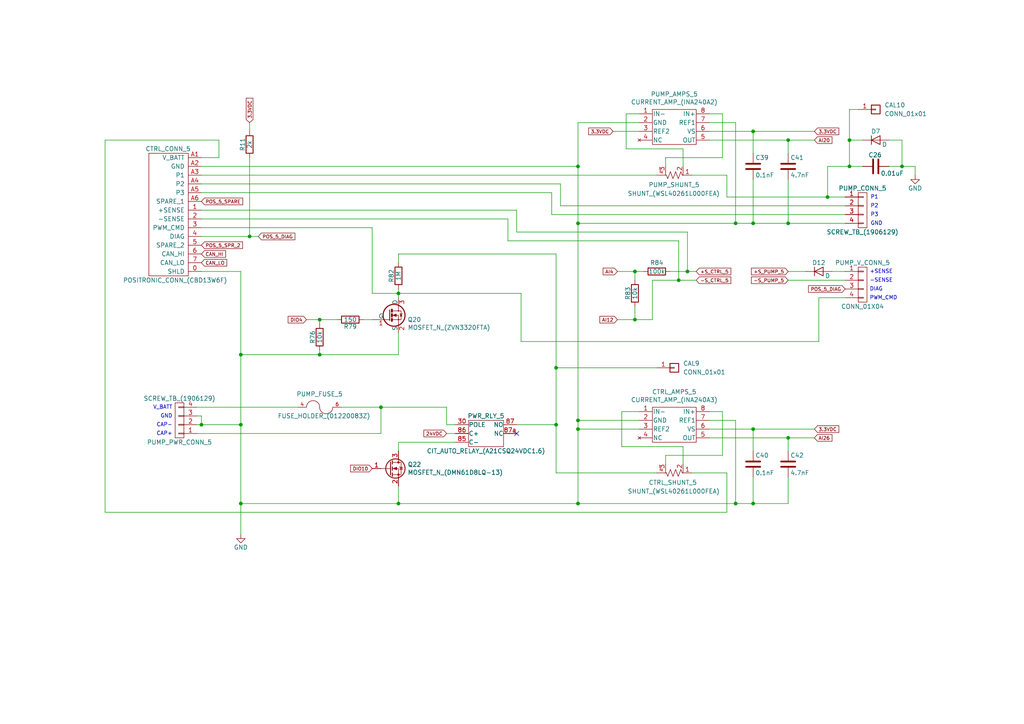
<source format=kicad_sch>
(kicad_sch (version 20250114) (generator "eeschema") (generator_version "9.0")
  (paper "A4")
  (lib_symbols
    (symbol "Connector_Generic:Conn_01x01" (pin_names (offset 1.016) (hide yes))
      (property "Reference" "J1" (at 2.54 1.2701 0))
      (property "Value" "Conn_01x01" (at 2.54 -1.2699 0))
      (symbol "Conn_01x01_1_1"
        (rectangle (start -1.27 1.27) (end 1.27 -1.27) (stroke (width 0.254)))
        (rectangle (start -1.27 0.127) (end 0 -0.127) (stroke (width 0.1524)))
        (pin passive line (at -5.08 0 0) (length 3.81) (name "Pin_1") (number "1"))
      )
    )
    (symbol "Device:Q_NMOS_GSD" (pin_names (offset 0) (hide yes))
      (property "Reference" "Q" (at 5.08 1.27 0))
      (property "Value" "Q_NMOS_GSD" (at 5.08 -1.27 0))
      (symbol "Q_NMOS_GSD_0_1"
        (polyline (pts (xy 0.254 1.905) (xy 0.254 -1.905)) (stroke (width 0.254)))
        (polyline (pts (xy 0.254 0) (xy -2.54 0)))
        (polyline (pts (xy 0.762 2.286) (xy 0.762 1.27)) (stroke (width 0.254)))
        (polyline (pts (xy 0.762 0.508) (xy 0.762 -0.508)) (stroke (width 0.254)))
        (polyline (pts (xy 0.762 -1.27) (xy 0.762 -2.286)) (stroke (width 0.254)))
        (polyline (pts (xy 0.762 -1.778) (xy 3.302 -1.778) (xy 3.302 1.778) (xy 0.762 1.778)))
        (polyline (pts (xy 1.016 0) (xy 2.032 0.381) (xy 2.032 -0.381) (xy 1.016 0)) (fill (type outline)))
        (circle (center 1.651 0) (radius 2.794) (stroke (width 0.254)))
        (polyline (pts (xy 2.54 2.54) (xy 2.54 1.778)))
        (circle (center 2.54 1.778) (radius 0.254) (fill (type outline)))
        (circle (center 2.54 -1.778) (radius 0.254) (fill (type outline)))
        (polyline (pts (xy 2.54 -2.54) (xy 2.54 0) (xy 0.762 0)))
        (polyline (pts (xy 2.794 0.508) (xy 2.921 0.381) (xy 3.683 0.381) (xy 3.81 0.254)))
        (polyline (pts (xy 3.302 0.381) (xy 2.921 -0.254) (xy 3.683 -0.254) (xy 3.302 0.381)))
      )
      (symbol "Q_NMOS_GSD_1_1"
        (pin input line (at -5.08 0 0) (length 2.54) (name "G") (number "1"))
        (pin passive line (at 2.54 5.08 270) (length 2.54) (name "D") (number "3"))
        (pin passive line (at 2.54 -5.08 90) (length 2.54) (name "S") (number "2"))
      )
    )
    (symbol "Device:R_Shunt_US" (pin_names (offset 0) (hide yes))
      (property "Reference" "R" (at -5.08 0 90))
      (property "Value" "R_Shunt_US" (at -3.048 0 90))
      (symbol "R_Shunt_US_1_1"
        (polyline (pts (xy 0 2.286) (xy 0 2.54)))
        (polyline (pts (xy 0 2.286) (xy 1.016 1.905) (xy 0 1.524) (xy -1.016 1.143) (xy 0 0.762)))
        (polyline (pts (xy 0 0.762) (xy 1.016 0.381) (xy 0 0) (xy -1.016 -0.381) (xy 0 -0.762)))
        (polyline (pts (xy 0 -0.762) (xy 1.016 -1.143) (xy 0 -1.524) (xy -1.016 -1.905) (xy 0 -2.286)))
        (polyline (pts (xy 0 -2.286) (xy 0 -2.54)))
        (polyline (pts (xy 0 -2.54) (xy 1.27 -2.54)))
        (polyline (pts (xy 1.27 2.54) (xy 0 2.54)))
        (pin passive line (at 0 5.08 270) (length 2.54) (name "~") (number "1"))
        (pin passive line (at 0 -5.08 90) (length 2.54) (name "~") (number "4"))
        (pin passive line (at 2.54 2.54 180) (length 1.27) (name "~") (number "2"))
        (pin passive line (at 2.54 -2.54 180) (length 1.27) (name "~") (number "3"))
      )
    )
    (symbol "Smart-Tank-Motherboard-rescue:C" (pin_numbers (hide yes)) (pin_names (offset 0.254))
      (property "Reference" "C" (at 0.635 2.54 0))
      (property "Value" "C" (at 0.635 -2.54 0))
      (symbol "C_0_1"
        (polyline (pts (xy -2.032 0.762) (xy 2.032 0.762)) (stroke (width 0.508)))
        (polyline (pts (xy -2.032 -0.762) (xy 2.032 -0.762)) (stroke (width 0.508)))
      )
      (symbol "C_1_1"
        (pin passive line (at 0 3.81 270) (length 2.794) (name "~") (number "1"))
        (pin passive line (at 0 -3.81 90) (length 2.794) (name "~") (number "2"))
      )
    )
    (symbol "Smart-Tank-Motherboard-rescue:CONN_01X04" (pin_names (offset 1.016) (hide yes))
      (property "Reference" "J" (at 0 6.35 0))
      (property "Value" "CONN_01X04" (at 2.54 0 90))
      (symbol "CONN_01X04_0_1"
        (rectangle (start -1.27 5.08) (end 1.27 -5.08))
        (rectangle (start -1.27 3.937) (end 0.254 3.683))
        (rectangle (start -1.27 1.397) (end 0.254 1.143))
        (rectangle (start -1.27 -1.143) (end 0.254 -1.397))
        (rectangle (start -1.27 -3.683) (end 0.254 -3.937))
      )
      (symbol "CONN_01X04_1_1"
        (pin passive line (at -5.08 3.81 0) (length 3.81) (name "P1") (number "1"))
        (pin passive line (at -5.08 1.27 0) (length 3.81) (name "P2") (number "2"))
        (pin passive line (at -5.08 -1.27 0) (length 3.81) (name "P3") (number "3"))
        (pin passive line (at -5.08 -3.81 0) (length 3.81) (name "P4") (number "4"))
      )
    )
    (symbol "Smart-Tank-Motherboard-rescue:D" (pin_numbers (hide yes)) (pin_names (offset 1.016) (hide yes))
      (property "Reference" "D" (at 0 2.54 0))
      (property "Value" "D" (at 0 -2.54 0))
      (symbol "D_0_1"
        (polyline (pts (xy -1.27 1.27) (xy -1.27 -1.27)) (stroke (width 0.2032)))
        (polyline (pts (xy 1.27 1.27) (xy 1.27 -1.27) (xy -1.27 0) (xy 1.27 1.27)) (stroke (width 0.2032)))
        (polyline (pts (xy 1.27 0) (xy -1.27 0)))
      )
      (symbol "D_1_1"
        (pin passive line (at -3.81 0 0) (length 2.54) (name "K") (number "1"))
        (pin passive line (at 3.81 0 180) (length 2.54) (name "A") (number "2"))
      )
    )
    (symbol "Smart-Tank-Motherboard-rescue:FUSE_HOLDER_(01220083Z)" (pin_names (offset 0.254))
      (property "Reference" "F" (at 0 3.81 0))
      (property "Value" "FUSE_HOLDER_(01220083Z)" (at 1.27 -3.81 0))
      (symbol "FUSE_HOLDER_(01220083Z)_0_1"
        (arc (start -3.81 0) (mid -1.905 1.905) (end 0 0))
        (arc (start 3.81 0) (mid 1.905 -1.905) (end 0 0))
      )
      (symbol "FUSE_HOLDER_(01220083Z)_1_1"
        (pin input line (at -6.35 0 0) (length 2.54) (name "~") (number "4"))
        (pin input line (at -6.35 0 0) (length 2.54) (hide yes) (name "~") (number "5"))
        (pin input line (at 6.35 0 180) (length 2.54) (name "~") (number "6"))
        (pin input line (at 6.35 0 180) (length 2.54) (hide yes) (name "~") (number "7"))
      )
    )
    (symbol "Smart-Tank-Motherboard-rescue:GND" (power) (pin_names (offset 0))
      (property "Value" "GND" (at 0 -3.81 0))
      (symbol "GND_0_1"
        (polyline (pts (xy 0 0) (xy 0 -1.27) (xy 1.27 -1.27) (xy 0 -2.54) (xy -1.27 -1.27) (xy 0 -1.27)))
      )
      (symbol "GND_1_1"
        (pin power_in line (at 0 0 270) (length 0) (hide yes) (name "GND") (number "1"))
      )
    )
    (symbol "Smart-Tank-Motherboard-rescue:MOSFET_N_(2N7002P,215)" (pin_names (offset 0))
      (property "Reference" "Q" (at 6.35 1.905 0))
      (property "Value" "MOSFET_N_(2N7002P,215)" (at 6.35 0 0))
      (symbol "MOSFET_N_(2N7002P,215)_0_1"
        (polyline (pts (xy 0 1.524) (xy 0 -1.524) (xy 0 -1.524)) (stroke (width 0.254)))
        (polyline (pts (xy 0.635 1.651) (xy 0.635 1.016)) (stroke (width 0.508)))
        (polyline (pts (xy 0.635 0.381) (xy 0.635 -0.381)) (stroke (width 0.508)))
        (polyline (pts (xy 0.635 -1.016) (xy 0.635 -1.651)) (stroke (width 0.508)))
        (polyline (pts (xy 0.762 1.27) (xy 2.54 1.27) (xy 2.54 2.54) (xy 2.54 2.54)))
        (polyline (pts (xy 0.762 0) (xy 1.27 0) (xy 2.54 0) (xy 2.54 -1.27) (xy 2.54 -1.27)))
        (polyline (pts (xy 0.762 -1.27) (xy 2.54 -1.27) (xy 2.54 -2.54) (xy 2.54 -2.54)))
        (polyline (pts (xy 0.889 0) (xy 1.905 0.381) (xy 1.905 -0.381) (xy 0.889 0) (xy 1.016 0) (xy 1.016 0)) (fill (type outline)))
        (circle (center 1.27 0) (radius 3.175) (stroke (width 0.3048)))
        (polyline (pts (xy 2.54 1.27) (xy 3.302 1.27) (xy 3.302 -1.27) (xy 2.54 -1.27)))
        (circle (center 2.54 1.27) (radius 0.127))
        (circle (center 2.54 -1.27) (radius 0.127))
        (polyline (pts (xy 3.048 0.381) (xy 2.921 0.254)))
        (polyline (pts (xy 3.048 0.381) (xy 3.556 0.381)))
        (polyline (pts (xy 3.302 0.381) (xy 3.048 -0.254) (xy 3.556 -0.254) (xy 3.302 0.381)) (fill (type outline)))
        (polyline (pts (xy 3.556 0.381) (xy 3.683 0.508)))
      )
      (symbol "MOSFET_N_(2N7002P,215)_1_1"
        (pin input line (at -5.08 -1.27 0) (length 5.08) (name "G") (number "1"))
        (pin passive line (at 2.54 5.08 270) (length 2.54) (name "D") (number "3"))
        (pin passive line (at 2.54 -5.08 90) (length 2.54) (name "S") (number "2"))
      )
    )
    (symbol "Smart-Tank-Motherboard-rescue:POSITRONIC_CONN_(CBD13W6F)" (pin_names (offset 1.016))
      (property "Reference" "CTRL_CONN_1" (at -0.762 16.51 0))
      (property "Value" "POSITRONIC_CONN_(CBD13W6F)" (at 1.27 -21.59 0))
      (symbol "POSITRONIC_CONN_(CBD13W6F)_0_1"
        (rectangle (start -6.35 15.24) (end 5.08 -20.32))
      )
      (symbol "POSITRONIC_CONN_(CBD13W6F)_1_1"
        (pin power_in line (at 8.89 13.97 180) (length 3.81) (name "V_BATT") (number "A1"))
        (pin power_in line (at 8.89 11.43 180) (length 3.81) (name "GND") (number "A2"))
        (pin power_out line (at 8.89 8.89 180) (length 3.81) (name "P1") (number "A3"))
        (pin power_out line (at 8.89 6.35 180) (length 3.81) (name "P2") (number "A4"))
        (pin power_out line (at 8.89 3.81 180) (length 3.81) (name "P3") (number "A5"))
        (pin input line (at 8.89 1.27 180) (length 3.81) (name "SPARE_1") (number "A6"))
        (pin passive line (at 8.89 -1.27 180) (length 3.81) (name "+SENSE") (number "1"))
        (pin passive line (at 8.89 -3.81 180) (length 3.81) (name "-SENSE") (number "2"))
        (pin input line (at 8.89 -6.35 180) (length 3.81) (name "PWM_CMD") (number "3"))
        (pin passive line (at 8.89 -8.89 180) (length 3.81) (name "DIAG") (number "4"))
        (pin passive line (at 8.89 -11.43 180) (length 3.81) (name "SPARE_2") (number "5"))
        (pin passive line (at 8.89 -13.97 180) (length 3.81) (name "CAN_HI") (number "6"))
        (pin passive line (at 8.89 -16.51 180) (length 3.81) (name "CAN_LO") (number "7"))
        (pin input line (at 8.89 -19.05 180) (length 3.81) (name "SHLD") (number "0"))
      )
    )
    (symbol "Smart-Tank-Motherboard-rescue:R" (pin_numbers (hide yes)) (pin_names (offset 0))
      (property "Reference" "R" (at 2.032 0 90))
      (property "Value" "R" (at 0 0 90))
      (symbol "R_0_1"
        (rectangle (start -1.016 -2.54) (end 1.016 2.54) (stroke (width 0.254)))
      )
      (symbol "R_1_1"
        (pin passive line (at 0 3.81 270) (length 1.27) (name "~") (number "1"))
        (pin passive line (at 0 -3.81 90) (length 1.27) (name "~") (number "2"))
      )
    )
    (symbol "Smart-Tank-Motherboard-rescue:SCREW_TB_(1906129)" (pin_names (offset 1.016) (hide yes))
      (property "Reference" "P" (at 0 6.35 0))
      (property "Value" "SCREW_TB_(1906129)" (at 2.54 0 90))
      (property "Description_1" " " (at 2.54 8.89 0))
      (symbol "SCREW_TB_(1906129)_0_1"
        (rectangle (start -1.27 5.08) (end 1.27 -5.08))
        (rectangle (start -1.27 3.937) (end 0.254 3.683))
        (rectangle (start -1.27 1.397) (end 0.254 1.143))
        (rectangle (start -1.27 -1.143) (end 0.254 -1.397))
        (rectangle (start -1.27 -3.683) (end 0.254 -3.937))
      )
      (symbol "SCREW_TB_(1906129)_1_1"
        (pin passive line (at -5.08 3.81 0) (length 3.81) (name "P1") (number "1"))
        (pin passive line (at -5.08 1.27 0) (length 3.81) (name "P2") (number "2"))
        (pin passive line (at -5.08 -1.27 0) (length 3.81) (name "P3") (number "3"))
        (pin passive line (at -5.08 -3.81 0) (length 3.81) (name "P4") (number "4"))
      )
    )
    (symbol "Smart-Tank-Motherboard-rescue:TE_AUTO_RELAY_(1432795-1)" (pin_names (offset 0.0254))
      (property "Reference" "P" (at 2.54 7.62 0))
      (property "Value" "TE_AUTO_RELAY_(1432795-1)" (at 3.81 -2.54 0))
      (symbol "TE_AUTO_RELAY_(1432795-1)_0_1"
        (rectangle (start -2.54 6.35) (end 7.62 -1.27))
      )
      (symbol "TE_AUTO_RELAY_(1432795-1)_1_1"
        (pin power_in line (at -6.35 5.08 0) (length 3.81) (name "POLE") (number "30"))
        (pin power_in line (at -6.35 2.54 0) (length 3.81) (name "C+") (number "86"))
        (pin input line (at -6.35 0 0) (length 3.81) (name "C-") (number "85"))
        (pin output line (at 11.43 5.08 180) (length 3.81) (name "NO") (number "87"))
        (pin output line (at 11.43 2.54 180) (length 3.81) (name "NC") (number "87a"))
      )
    )
    (symbol "_GARRETTS_PARTS:CURRENT_AMP_(INA240A3)" (pin_names (offset 0.254))
      (property "Reference" "CTRL_AMPS1" (at 15.24 6.985 0))
      (property "Value" "CURRENT_AMP_(INA240A3)" (at 15.24 4.6736 0))
      (symbol "CURRENT_AMP_(INA240A3)_0_1"
        (rectangle (start 8.89 2.54) (end 21.59 -7.62))
      )
      (symbol "CURRENT_AMP_(INA240A3)_1_1"
        (pin input line (at 5.08 1.27 0) (length 3.7084) (name "IN-") (number "1"))
        (pin power_in line (at 5.08 -1.27 0) (length 3.7084) (name "GND") (number "2"))
        (pin passive line (at 5.08 -3.81 0) (length 3.7084) (name "REF2") (number "3"))
        (pin no_connect line (at 5.08 -6.35 0) (length 3.7084) (name "NC") (number "4"))
        (pin input line (at 25.4 1.27 180) (length 3.7084) (name "IN+") (number "8"))
        (pin passive line (at 25.4 -1.27 180) (length 3.7084) (name "REF1") (number "7"))
        (pin power_in line (at 25.4 -3.81 180) (length 3.7084) (name "VS") (number "6"))
        (pin output line (at 25.4 -6.35 180) (length 3.7084) (name "OUT") (number "5"))
      )
    )
  )
  (text "GND\n" (at 50.038 121.412 0) (effects (font (size 1.0922 1.0922)) (justify right bottom)))
  (text "PWM_CMD" (at 252.222 87.122 0) (effects (font (size 1.0922 1.0922)) (justify left bottom)))
  (text "P3" (at 252.476 62.992 0) (effects (font (size 1.0922 1.0922)) (justify left bottom)))
  (text "-SENSE" (at 252.222 82.042 0) (effects (font (size 1.0922 1.0922)) (justify left bottom)))
  (text "V_BATT" (at 50.038 118.872 0) (effects (font (size 1.0922 1.0922)) (justify right bottom)))
  (text "P2" (at 252.476 60.452 0) (effects (font (size 1.0922 1.0922)) (justify left bottom)))
  (text "GND" (at 252.476 65.532 0) (effects (font (size 1.0922 1.0922)) (justify left bottom)))
  (text "CAP-" (at 50.038 123.952 0) (effects (font (size 1.0922 1.0922)) (justify right bottom)))
  (text "CAP+" (at 50.038 126.492 0) (effects (font (size 1.0922 1.0922)) (justify right bottom)))
  (text "DIAG" (at 252.222 84.582 0) (effects (font (size 1.0922 1.0922)) (justify left bottom)))
  (text "P1" (at 252.476 57.912 0) (effects (font (size 1.0922 1.0922)) (justify left bottom)))
  (text "+SENSE" (at 252.222 79.502 0) (effects (font (size 1.0922 1.0922)) (justify left bottom)))
  (junction (at 167.64 48.26))
  (junction (at 167.64 64.77))
  (junction (at 228.6 64.77))
  (junction (at 218.44 38.1))
  (junction (at 240.03 57.15))
  (junction (at 161.29 106.68))
  (junction (at 115.57 85.09))
  (junction (at 167.64 124.46))
  (junction (at 184.15 78.74))
  (junction (at 69.85 102.87))
  (junction (at 199.39 78.74))
  (junction (at 92.71 102.87))
  (junction (at 218.44 146.05))
  (junction (at 246.38 48.26))
  (junction (at 213.36 146.05))
  (junction (at 161.29 123.19))
  (junction (at 261.62 48.26))
  (junction (at 213.36 64.77))
  (junction (at 228.6 40.64))
  (junction (at 110.49 118.11))
  (junction (at 69.85 123.19))
  (junction (at 196.85 81.28))
  (junction (at 115.57 146.05))
  (junction (at 218.44 64.77))
  (junction (at 167.64 146.05))
  (junction (at 218.44 124.46))
  (junction (at 184.15 92.71))
  (junction (at 58.42 123.19))
  (junction (at 246.38 40.64))
  (junction (at 69.85 146.05))
  (junction (at 72.39 68.58))
  (junction (at 228.6 127))
  (junction (at 92.71 92.71))
  (junction (at 167.64 121.92))
  (no_connect (at 149.86 125.73))
  (wire (pts (xy 99.06 118.11) (xy 110.49 118.11)))
  (wire (pts (xy 72.39 68.58) (xy 74.93 68.58)))
  (wire (pts (xy 213.36 64.77) (xy 218.44 64.77)))
  (wire (pts (xy 200.66 50.8) (xy 210.82 50.8)))
  (wire (pts (xy 209.55 119.38) (xy 205.74 119.38)))
  (wire (pts (xy 115.57 83.82) (xy 115.57 85.09)))
  (wire (pts (xy 92.71 93.98) (xy 92.71 92.71)))
  (wire (pts (xy 246.38 40.64) (xy 246.38 48.26)))
  (wire (pts (xy 240.03 57.15) (xy 245.11 57.15)))
  (wire (pts (xy 213.36 35.56) (xy 213.36 64.77)))
  (wire (pts (xy 196.85 81.28) (xy 201.93 81.28)))
  (wire (pts (xy 240.03 48.26) (xy 240.03 57.15)))
  (wire (pts (xy 160.02 62.23) (xy 245.11 62.23)))
  (wire (pts (xy 30.48 40.64) (xy 30.48 148.59)))
  (wire (pts (xy 190.5 106.68) (xy 161.29 106.68)))
  (wire (pts (xy 160.02 55.88) (xy 160.02 62.23)))
  (wire (pts (xy 210.82 57.15) (xy 240.03 57.15)))
  (wire (pts (xy 198.12 43.18) (xy 181.61 43.18)))
  (wire (pts (xy 218.44 38.1) (xy 236.22 38.1)))
  (wire (pts (xy 58.42 63.5) (xy 147.32 63.5)))
  (wire (pts (xy 151.13 85.09) (xy 151.13 99.06)))
  (wire (pts (xy 205.74 40.64) (xy 228.6 40.64)))
  (wire (pts (xy 218.44 52.07) (xy 218.44 64.77)))
  (wire (pts (xy 129.54 123.19) (xy 129.54 118.11)))
  (wire (pts (xy 233.68 78.74) (xy 228.6 78.74)))
  (wire (pts (xy 241.3 78.74) (xy 245.11 78.74)))
  (wire (pts (xy 246.38 31.75) (xy 246.38 40.64)))
  (wire (pts (xy 228.6 127) (xy 228.6 130.81)))
  (wire (pts (xy 167.64 124.46) (xy 185.42 124.46)))
  (wire (pts (xy 69.85 146.05) (xy 69.85 154.94)))
  (wire (pts (xy 149.86 60.96) (xy 149.86 67.31)))
  (wire (pts (xy 205.74 121.92) (xy 213.36 121.92)))
  (wire (pts (xy 218.44 146.05) (xy 228.6 146.05)))
  (wire (pts (xy 115.57 140.97) (xy 115.57 146.05)))
  (wire (pts (xy 115.57 85.09) (xy 115.57 86.36)))
  (wire (pts (xy 228.6 40.64) (xy 236.22 40.64)))
  (wire (pts (xy 57.15 125.73) (xy 110.49 125.73)))
  (wire (pts (xy 181.61 43.18) (xy 181.61 33.02)))
  (wire (pts (xy 189.23 81.28) (xy 196.85 81.28)))
  (wire (pts (xy 199.39 67.31) (xy 199.39 78.74)))
  (wire (pts (xy 107.95 85.09) (xy 115.57 85.09)))
  (wire (pts (xy 261.62 48.26) (xy 257.81 48.26)))
  (wire (pts (xy 228.6 40.64) (xy 228.6 44.45)))
  (wire (pts (xy 184.15 78.74) (xy 184.15 81.28)))
  (wire (pts (xy 162.56 59.69) (xy 245.11 59.69)))
  (wire (pts (xy 184.15 92.71) (xy 189.23 92.71)))
  (wire (pts (xy 265.43 50.8) (xy 265.43 48.26)))
  (wire (pts (xy 92.71 101.6) (xy 92.71 102.87)))
  (wire (pts (xy 167.64 124.46) (xy 167.64 146.05)))
  (wire (pts (xy 110.49 118.11) (xy 129.54 118.11)))
  (wire (pts (xy 209.55 45.72) (xy 209.55 33.02)))
  (wire (pts (xy 69.85 123.19) (xy 69.85 146.05)))
  (wire (pts (xy 246.38 40.64) (xy 250.19 40.64)))
  (wire (pts (xy 132.08 128.27) (xy 115.57 128.27)))
  (wire (pts (xy 115.57 128.27) (xy 115.57 130.81)))
  (wire (pts (xy 69.85 102.87) (xy 92.71 102.87)))
  (wire (pts (xy 115.57 85.09) (xy 151.13 85.09)))
  (wire (pts (xy 161.29 106.68) (xy 161.29 123.19)))
  (wire (pts (xy 167.64 64.77) (xy 167.64 121.92)))
  (wire (pts (xy 210.82 137.16) (xy 200.66 137.16)))
  (wire (pts (xy 72.39 45.72) (xy 72.39 68.58)))
  (wire (pts (xy 147.32 63.5) (xy 147.32 69.85)))
  (wire (pts (xy 92.71 92.71) (xy 97.79 92.71)))
  (wire (pts (xy 228.6 52.07) (xy 228.6 64.77)))
  (wire (pts (xy 228.6 138.43) (xy 228.6 146.05)))
  (wire (pts (xy 185.42 35.56) (xy 167.64 35.56)))
  (wire (pts (xy 237.49 99.06) (xy 237.49 86.36)))
  (wire (pts (xy 147.32 69.85) (xy 196.85 69.85)))
  (wire (pts (xy 193.04 45.72) (xy 209.55 45.72)))
  (wire (pts (xy 248.92 31.75) (xy 246.38 31.75)))
  (wire (pts (xy 189.23 92.71) (xy 189.23 81.28)))
  (wire (pts (xy 213.36 146.05) (xy 218.44 146.05)))
  (wire (pts (xy 218.44 130.81) (xy 218.44 124.46)))
  (wire (pts (xy 88.9 92.71) (xy 92.71 92.71)))
  (wire (pts (xy 149.86 123.19) (xy 161.29 123.19)))
  (wire (pts (xy 218.44 138.43) (xy 218.44 146.05)))
  (wire (pts (xy 149.86 67.31) (xy 199.39 67.31)))
  (wire (pts (xy 265.43 48.26) (xy 261.62 48.26)))
  (wire (pts (xy 115.57 102.87) (xy 115.57 96.52)))
  (wire (pts (xy 196.85 69.85) (xy 196.85 81.28)))
  (wire (pts (xy 167.64 121.92) (xy 185.42 121.92)))
  (wire (pts (xy 162.56 53.34) (xy 162.56 59.69)))
  (wire (pts (xy 69.85 102.87) (xy 69.85 123.19)))
  (wire (pts (xy 209.55 33.02) (xy 205.74 33.02)))
  (wire (pts (xy 209.55 132.08) (xy 209.55 119.38)))
  (wire (pts (xy 198.12 129.54) (xy 180.34 129.54)))
  (wire (pts (xy 180.34 129.54) (xy 180.34 119.38)))
  (wire (pts (xy 261.62 40.64) (xy 261.62 48.26)))
  (wire (pts (xy 205.74 124.46) (xy 218.44 124.46)))
  (wire (pts (xy 58.42 66.04) (xy 107.95 66.04)))
  (wire (pts (xy 205.74 38.1) (xy 218.44 38.1)))
  (wire (pts (xy 179.07 92.71) (xy 184.15 92.71)))
  (wire (pts (xy 218.44 124.46) (xy 236.22 124.46)))
  (wire (pts (xy 198.12 48.26) (xy 198.12 43.18)))
  (wire (pts (xy 105.41 92.71) (xy 107.95 92.71)))
  (wire (pts (xy 107.95 66.04) (xy 107.95 85.09)))
  (wire (pts (xy 72.39 35.56) (xy 72.39 38.1)))
  (wire (pts (xy 194.31 78.74) (xy 199.39 78.74)))
  (wire (pts (xy 58.42 68.58) (xy 72.39 68.58)))
  (wire (pts (xy 30.48 40.64) (xy 63.5 40.64)))
  (wire (pts (xy 58.42 78.74) (xy 69.85 78.74)))
  (wire (pts (xy 179.07 78.74) (xy 184.15 78.74)))
  (wire (pts (xy 228.6 64.77) (xy 245.11 64.77)))
  (wire (pts (xy 69.85 78.74) (xy 69.85 102.87)))
  (wire (pts (xy 63.5 40.64) (xy 63.5 45.72)))
  (wire (pts (xy 181.61 33.02) (xy 185.42 33.02)))
  (wire (pts (xy 167.64 35.56) (xy 167.64 48.26)))
  (wire (pts (xy 129.54 125.73) (xy 132.08 125.73)))
  (wire (pts (xy 184.15 88.9) (xy 184.15 92.71)))
  (wire (pts (xy 161.29 73.66) (xy 161.29 106.68)))
  (wire (pts (xy 57.15 123.19) (xy 58.42 123.19)))
  (wire (pts (xy 261.62 40.64) (xy 257.81 40.64)))
  (wire (pts (xy 193.04 134.62) (xy 193.04 132.08)))
  (wire (pts (xy 218.44 64.77) (xy 228.6 64.77)))
  (wire (pts (xy 193.04 132.08) (xy 209.55 132.08)))
  (wire (pts (xy 228.6 127) (xy 236.22 127)))
  (wire (pts (xy 250.19 48.26) (xy 246.38 48.26)))
  (wire (pts (xy 69.85 146.05) (xy 115.57 146.05)))
  (wire (pts (xy 246.38 48.26) (xy 240.03 48.26)))
  (wire (pts (xy 58.42 60.96) (xy 149.86 60.96)))
  (wire (pts (xy 245.11 81.28) (xy 228.6 81.28)))
  (wire (pts (xy 213.36 121.92) (xy 213.36 146.05)))
  (wire (pts (xy 167.64 64.77) (xy 167.64 48.26)))
  (wire (pts (xy 167.64 146.05) (xy 213.36 146.05)))
  (wire (pts (xy 167.64 64.77) (xy 213.36 64.77)))
  (wire (pts (xy 58.42 50.8) (xy 190.5 50.8)))
  (wire (pts (xy 58.42 53.34) (xy 162.56 53.34)))
  (wire (pts (xy 151.13 99.06) (xy 237.49 99.06)))
  (wire (pts (xy 177.8 38.1) (xy 185.42 38.1)))
  (wire (pts (xy 210.82 148.59) (xy 210.82 137.16)))
  (wire (pts (xy 132.08 123.19) (xy 129.54 123.19)))
  (wire (pts (xy 237.49 86.36) (xy 245.11 86.36)))
  (wire (pts (xy 205.74 127) (xy 228.6 127)))
  (wire (pts (xy 184.15 78.74) (xy 186.69 78.74)))
  (wire (pts (xy 210.82 50.8) (xy 210.82 57.15)))
  (wire (pts (xy 198.12 134.62) (xy 198.12 129.54)))
  (wire (pts (xy 115.57 76.2) (xy 115.57 73.66)))
  (wire (pts (xy 92.71 102.87) (xy 115.57 102.87)))
  (wire (pts (xy 115.57 146.05) (xy 167.64 146.05)))
  (wire (pts (xy 199.39 78.74) (xy 201.93 78.74)))
  (wire (pts (xy 58.42 120.65) (xy 58.42 123.19)))
  (wire (pts (xy 58.42 48.26) (xy 167.64 48.26)))
  (wire (pts (xy 58.42 123.19) (xy 69.85 123.19)))
  (wire (pts (xy 115.57 73.66) (xy 161.29 73.66)))
  (wire (pts (xy 110.49 125.73) (xy 110.49 118.11)))
  (wire (pts (xy 205.74 35.56) (xy 213.36 35.56)))
  (wire (pts (xy 57.15 120.65) (xy 58.42 120.65)))
  (wire (pts (xy 58.42 55.88) (xy 160.02 55.88)))
  (wire (pts (xy 63.5 45.72) (xy 58.42 45.72)))
  (wire (pts (xy 180.34 119.38) (xy 185.42 119.38)))
  (wire (pts (xy 57.15 118.11) (xy 86.36 118.11)))
  (wire (pts (xy 30.48 148.59) (xy 210.82 148.59)))
  (wire (pts (xy 161.29 137.16) (xy 161.29 123.19)))
  (wire (pts (xy 193.04 48.26) (xy 193.04 45.72)))
  (wire (pts (xy 218.44 38.1) (xy 218.44 44.45)))
  (wire (pts (xy 190.5 137.16) (xy 161.29 137.16)))
  (wire (pts (xy 167.64 121.92) (xy 167.64 124.46)))
  (global_label "DIO10" (shape input) (at 107.95 135.89 180) (effects (font (size 0.9906 0.9906))) (property "Intersheetrefs" "${INTERSHEET_REFS}" (effects (hide yes))))
  (global_label "3.3VDC" (shape input) (at 236.22 124.46 0) (effects (font (size 0.9906 0.9906))) (property "Intersheetrefs" "${INTERSHEET_REFS}" (effects (hide yes))))
  (global_label "POS_5_DIAG" (shape input) (at 74.93 68.58 0) (effects (font (size 0.9906 0.9906))) (property "Intersheetrefs" "${INTERSHEET_REFS}" (effects (hide yes))))
  (global_label "24VDC" (shape input) (at 129.54 125.73 180) (effects (font (size 0.9906 0.9906))) (property "Intersheetrefs" "${INTERSHEET_REFS}" (effects (hide yes))))
  (global_label "3.3VDC" (shape input) (at 177.8 38.1 180) (effects (font (size 0.9906 0.9906))) (property "Intersheetrefs" "${INTERSHEET_REFS}" (effects (hide yes))))
  (global_label "-S_CTRL_5" (shape input) (at 201.93 81.28 0) (effects (font (size 0.9906 0.9906))) (property "Intersheetrefs" "${INTERSHEET_REFS}" (effects (hide yes))))
  (global_label "DIO4" (shape input) (at 88.9 92.71 180) (effects (font (size 0.9906 0.9906))) (property "Intersheetrefs" "${INTERSHEET_REFS}" (effects (hide yes))))
  (global_label "3.3VDC" (shape input) (at 72.39 35.56 90) (effects (font (size 0.9906 0.9906))) (property "Intersheetrefs" "${INTERSHEET_REFS}" (effects (hide yes))))
  (global_label "POS_5_DIAG" (shape input) (at 245.11 83.82 180) (effects (font (size 0.9906 0.9906))) (property "Intersheetrefs" "${INTERSHEET_REFS}" (effects (hide yes))))
  (global_label "POS_5_SPARE" (shape input) (at 58.42 58.42 0) (effects (font (size 0.9906 0.9906))) (property "Intersheetrefs" "${INTERSHEET_REFS}" (effects (hide yes))))
  (global_label "+S_CTRL_5" (shape input) (at 201.93 78.74 0) (effects (font (size 0.9906 0.9906))) (property "Intersheetrefs" "${INTERSHEET_REFS}" (effects (hide yes))))
  (global_label "AI4" (shape input) (at 179.07 78.74 180) (effects (font (size 0.9906 0.9906))) (property "Intersheetrefs" "${INTERSHEET_REFS}" (effects (hide yes))))
  (global_label "AI20" (shape input) (at 236.22 40.64 0) (effects (font (size 0.9906 0.9906))) (property "Intersheetrefs" "${INTERSHEET_REFS}" (effects (hide yes))))
  (global_label "AI26" (shape input) (at 236.22 127 0) (effects (font (size 0.9906 0.9906))) (property "Intersheetrefs" "${INTERSHEET_REFS}" (effects (hide yes))))
  (global_label "AI12" (shape input) (at 179.07 92.71 180) (effects (font (size 0.9906 0.9906))) (property "Intersheetrefs" "${INTERSHEET_REFS}" (effects (hide yes))))
  (global_label "CAN_HI" (shape input) (at 58.42 73.66 0) (effects (font (size 0.9906 0.9906))) (property "Intersheetrefs" "${INTERSHEET_REFS}" (effects (hide yes))))
  (global_label "POS_5_SPR_2" (shape input) (at 58.42 71.12 0) (effects (font (size 0.9906 0.9906))) (property "Intersheetrefs" "${INTERSHEET_REFS}" (effects (hide yes))))
  (global_label "-S_PUMP_5" (shape input) (at 228.6 81.28 180) (effects (font (size 0.9906 0.9906))) (property "Intersheetrefs" "${INTERSHEET_REFS}" (effects (hide yes))))
  (global_label "CAN_LO" (shape input) (at 58.42 76.2 0) (effects (font (size 0.9906 0.9906))) (property "Intersheetrefs" "${INTERSHEET_REFS}" (effects (hide yes))))
  (global_label "+S_PUMP_5" (shape input) (at 228.6 78.74 180) (effects (font (size 0.9906 0.9906))) (property "Intersheetrefs" "${INTERSHEET_REFS}" (effects (hide yes))))
  (global_label "3.3VDC" (shape input) (at 236.22 38.1 0) (effects (font (size 0.9906 0.9906))) (property "Intersheetrefs" "${INTERSHEET_REFS}" (effects (hide yes))))
  (symbol (lib_id "Connector_Generic:Conn_01x01") (at 254 31.75 0) (unit 1)
    (property "Reference" "CAL10" (at 256.54 30.4799 0) (effects (justify left)))
    (property "Value" "CONN_01x01" (at 256.54 33.0199 0) (effects (justify left)))
    (property "Description" "Generic connector, single row, 01x01, script generated (kicad-library-utils/schlib/autogen/connector/)" (effects (hide yes)))
  )
  (symbol (lib_id "Device:R_Shunt_US") (at 195.58 50.8 270) (mirror x) (unit 1)
    (property "Reference" "PUMP_SHUNT_5" (at 202.946 53.594 90) (effects (justify right)))
    (property "Value" "SHUNT_(WSL40261L000FEA)" (at 208.788 56.134 90) (effects (justify right)))
    (property "Footprint" "_GARRETTS_PARTS:SHUNT_(WSL40261L000FEA)" (effects (hide yes)))
  )
  (symbol (lib_id "Smart-Tank-Motherboard-rescue:C") (at 218.44 134.62 0) (unit 1)
    (property "Reference" "C40" (at 219.075 132.08 0) (effects (justify left)))
    (property "Value" "0.1nF" (at 219.075 137.16 0) (effects (justify left)))
    (property "Footprint" "Capacitors_SMD:C_1206" (effects (hide yes)))
  )
  (symbol (lib_id "Connector_Generic:Conn_01x01") (at 195.58 106.68 0) (unit 1)
    (property "Reference" "CAL9" (at 198.12 105.4099 0) (effects (justify left)))
    (property "Value" "CONN_01x01" (at 198.12 107.9499 0) (effects (justify left)))
    (property "Description" "Generic connector, single row, 01x01, script generated (kicad-library-utils/schlib/autogen/connector/)" (effects (hide yes)))
  )
  (symbol (lib_id "Smart-Tank-Motherboard-rescue:MOSFET_N_(2N7002P,215)") (at 113.03 91.44 0) (unit 1)
    (property "Reference" "Q20" (at 122.174 92.71 0) (effects (justify right)))
    (property "Value" "MOSFET_N_(ZVN3320FTA)" (at 142.24 94.996 0) (effects (justify right)))
    (property "Footprint" "TO_SOT_Packages_SMD:SOT-23" (effects (hide yes)))
  )
  (symbol (lib_id "Smart-Tank-Motherboard-rescue:R") (at 115.57 80.01 180) (unit 1)
    (property "Reference" "R82" (at 113.538 80.01 90))
    (property "Value" "1M" (at 115.57 80.01 90))
    (property "Footprint" "Resistors_SMD:R_1206" (effects (hide yes)))
  )
  (symbol (lib_id "Smart-Tank-Motherboard-rescue:GND") (at 69.85 154.94 0) (unit 1)
    (property "Reference" "#PWR026" (effects (hide yes)))
    (property "Value" "GND" (at 69.85 158.75 0))
  )
  (symbol (lib_id "Smart-Tank-Motherboard-rescue:R") (at 190.5 78.74 270) (unit 1)
    (property "Reference" "R84" (at 190.5 76.2 90))
    (property "Value" "100k" (at 190.5 78.74 90))
    (property "Footprint" "Resistors_SMD:R_1206" (effects (hide yes)))
  )
  (symbol (lib_id "Smart-Tank-Motherboard-rescue:SCREW_TB_(1906129)") (at 250.19 60.96 0) (unit 1)
    (property "Reference" "PUMP_CONN_5" (at 250.19 54.61 0))
    (property "Value" "SCREW_TB_(1906129)" (at 250.19 67.31 0))
    (property "Footprint" "Smart_Tank:PHNX_TB_SCREW_4_POS_(1906129)" (effects (hide yes)))
    (property "Description" " " (at 252.73 52.07 0) (effects (font (size 1.524 1.524))))
  )
  (symbol (lib_id "_GARRETTS_PARTS:CURRENT_AMP_(INA240A3)") (at 180.34 120.65 0) (unit 1)
    (property "Reference" "CTRL_AMPS_5" (at 195.58 113.665 0))
    (property "Value" "CURRENT_AMP_(INA240A3)" (at 195.58 115.9764 0))
    (property "Footprint" "Package_SO:SOIC-8_3.9x4.9mm_P1.27mm" (effects (hide yes)))
    (property "Datasheet" "https://www.digikey.com/en/products/detail/texas-instruments/INA240A3EDRQ1/9861456" (effects (hide yes)))
  )
  (symbol (lib_id "Smart-Tank-Motherboard-rescue:TE_AUTO_RELAY_(1432795-1)") (at 138.43 128.27 0) (unit 1)
    (property "Reference" "PWR_RLY_5" (at 140.97 120.65 0))
    (property "Value" "CIT_AUTO_RELAY_(A21CSQ24VDC1.6)" (at 140.97 130.81 0))
    (property "Footprint" "Smart_Tank:TE_AUTO_RELAY_SOCKET_(VCF4-1000)" (effects (hide yes)))
  )
  (symbol (lib_id "Device:R_Shunt_US") (at 195.58 137.16 270) (mirror x) (unit 1)
    (property "Reference" "CTRL_SHUNT_5" (at 202.184 139.954 90) (effects (justify right)))
    (property "Value" "SHUNT_(WSL40261L000FEA)" (at 208.788 142.494 90) (effects (justify right)))
    (property "Footprint" "_GARRETTS_PARTS:SHUNT_(WSL40261L000FEA)" (effects (hide yes)))
  )
  (symbol (lib_id "Smart-Tank-Motherboard-rescue:D") (at 254 40.64 0) (unit 1)
    (property "Reference" "D7" (at 254 38.1 0))
    (property "Value" "D" (at 256.54 41.91 0))
    (property "Footprint" "Diodes_SMD:SOD-123" (effects (hide yes)))
  )
  (symbol (lib_id "Smart-Tank-Motherboard-rescue:FUSE_HOLDER_(01220083Z)") (at 92.71 118.11 0) (unit 1)
    (property "Reference" "PUMP_FUSE_5" (at 92.71 114.3 0))
    (property "Value" "FUSE_HOLDER_(01220083Z)" (at 93.98 120.65 0))
    (property "Footprint" "Smart_Tank:FUSE_HOLDER_(01220083Z)" (effects (hide yes)))
  )
  (symbol (lib_id "Smart-Tank-Motherboard-rescue:C") (at 228.6 48.26 0) (unit 1)
    (property "Reference" "C41" (at 229.235 45.72 0) (effects (justify left)))
    (property "Value" "4.7nF" (at 229.235 50.8 0) (effects (justify left)))
    (property "Footprint" "Capacitors_SMD:C_1206" (effects (hide yes)))
  )
  (symbol (lib_id "Smart-Tank-Motherboard-rescue:GND") (at 265.43 50.8 0) (unit 1)
    (property "Reference" "#PWR031" (effects (hide yes)))
    (property "Value" "GND" (at 265.43 54.61 0))
  )
  (symbol (lib_id "Smart-Tank-Motherboard-rescue:D") (at 237.49 78.74 0) (unit 1)
    (property "Reference" "D12" (at 237.49 76.2 0))
    (property "Value" "D" (at 240.03 80.01 0))
    (property "Footprint" "Diodes_SMD:SOD-123" (effects (hide yes)))
  )
  (symbol (lib_id "Smart-Tank-Motherboard-rescue:R") (at 101.6 92.71 270) (unit 1)
    (property "Reference" "R79" (at 101.6 94.742 90))
    (property "Value" "150" (at 101.6 92.71 90))
    (property "Footprint" "Resistors_SMD:R_1206" (effects (hide yes)))
  )
  (symbol (lib_id "Smart-Tank-Motherboard-rescue:C") (at 218.44 48.26 0) (unit 1)
    (property "Reference" "C39" (at 219.075 45.72 0) (effects (justify left)))
    (property "Value" "0.1nF" (at 219.075 50.8 0) (effects (justify left)))
    (property "Footprint" "Capacitors_SMD:C_1206" (effects (hide yes)))
  )
  (symbol (lib_id "Smart-Tank-Motherboard-rescue:C") (at 228.6 134.62 0) (unit 1)
    (property "Reference" "C42" (at 229.235 132.08 0) (effects (justify left)))
    (property "Value" "4.7nF" (at 229.235 137.16 0) (effects (justify left)))
    (property "Footprint" "Capacitors_SMD:C_1206" (effects (hide yes)))
  )
  (symbol (lib_id "_GARRETTS_PARTS:CURRENT_AMP_(INA240A3)") (at 180.34 34.29 0) (unit 1)
    (property "Reference" "PUMP_AMPS_5" (at 195.58 27.305 0))
    (property "Value" "CURRENT_AMP_(INA240A2)" (at 195.58 29.6164 0))
    (property "Footprint" "Package_SO:SOIC-8_3.9x4.9mm_P1.27mm" (effects (hide yes)))
    (property "Datasheet" "https://www.digikey.com/en/products/detail/texas-instruments/INA240A2EDRQ1/9861455?s=N4IgTCBcDaIJIDkCCYAsAGFBRAIgJQEUBGEAXQF8g" (effects (hide yes)))
  )
  (symbol (lib_id "Smart-Tank-Motherboard-rescue:R") (at 92.71 97.79 180) (unit 1)
    (property "Reference" "R76" (at 90.678 97.79 90))
    (property "Value" "10k" (at 92.71 97.79 90))
    (property "Footprint" "Resistors_SMD:R_1206" (effects (hide yes)))
  )
  (symbol (lib_id "Smart-Tank-Motherboard-rescue:R") (at 184.15 85.09 180) (unit 1)
    (property "Reference" "R83" (at 182.118 85.09 90))
    (property "Value" "10k" (at 184.15 85.09 90))
    (property "Footprint" "Resistors_SMD:R_1206" (effects (hide yes)))
  )
  (symbol (lib_id "Device:Q_NMOS_GSD") (at 113.03 135.89 0) (unit 1)
    (property "Reference" "Q22" (at 118.237 134.7216 0) (effects (justify left)))
    (property "Value" "MOSFET_N_(DMN61D8LQ-13)" (at 118.237 137.033 0) (effects (justify left)))
    (property "Footprint" "Package_TO_SOT_SMD:SOT-23" (effects (hide yes)))
    (property "Datasheet" "https://www.digikey.com/en/products/detail/diodes-incorporated/DMN61D8LQ-13/5488598" (effects (hide yes)))
  )
  (symbol (lib_id "Smart-Tank-Motherboard-rescue:C") (at 254 48.26 90) (unit 1)
    (property "Reference" "C26" (at 255.778 44.958 90) (effects (justify left)))
    (property "Value" "0.01uF" (at 262.128 50.292 90) (effects (justify left)))
    (property "Footprint" "Capacitors_SMD:C_1206" (effects (hide yes)))
  )
  (symbol (lib_id "Smart-Tank-Motherboard-rescue:SCREW_TB_(1906129)") (at 52.07 121.92 180) (unit 1)
    (property "Reference" "PUMP_PWR_CONN_5" (at 52.07 128.27 0))
    (property "Value" "SCREW_TB_(1906129)" (at 52.07 115.57 0))
    (property "Footprint" "Smart_Tank:PHNX_TB_SCREW_4_POS_(1906129)" (effects (hide yes)))
    (property "Description" " " (at 49.53 130.81 0) (effects (font (size 1.524 1.524))))
  )
  (symbol (lib_id "Smart-Tank-Motherboard-rescue:R") (at 72.39 41.91 180) (unit 1)
    (property "Reference" "R11" (at 70.358 41.91 90))
    (property "Value" "2k" (at 72.39 41.91 90))
    (property "Footprint" "Resistors_SMD:R_1206" (effects (hide yes)))
  )
  (symbol (lib_id "Smart-Tank-Motherboard-rescue:POSITRONIC_CONN_(CBD13W6F)") (at 49.53 59.69 0) (unit 1)
    (property "Reference" "CTRL_CONN_5" (at 48.768 43.18 0))
    (property "Value" "POSITRONIC_CONN_(CBD13W6F)" (at 50.8 81.28 0))
    (property "Footprint" "Smart_Tank:POSITRONIC_D-SUB_(CBD13W6F35S600X_AA)" (effects (hide yes)))
  )
  (symbol (lib_id "Smart-Tank-Motherboard-rescue:CONN_01X04") (at 250.19 82.55 0) (unit 1)
    (property "Reference" "PUMP_V_CONN_5" (at 250.19 76.2 0))
    (property "Value" "CONN_01X04" (at 250.19 88.9 0))
    (property "Footprint" "Smart_Tank:PHNX_TB_SCREW_4_POS_(1729144)" (effects (hide yes)))
  )
)
</source>
